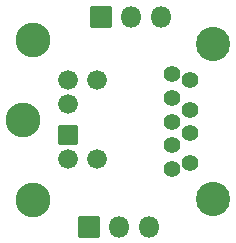
<source format=gts>
%TF.GenerationSoftware,KiCad,Pcbnew,6.0.11-2627ca5db0~126~ubuntu22.04.1*%
%TF.CreationDate,2023-02-26T23:23:44+01:00*%
%TF.ProjectId,pmod,706d6f64-2e6b-4696-9361-645f70636258,0.7*%
%TF.SameCoordinates,Original*%
%TF.FileFunction,Soldermask,Top*%
%TF.FilePolarity,Negative*%
%FSLAX46Y46*%
G04 Gerber Fmt 4.6, Leading zero omitted, Abs format (unit mm)*
G04 Created by KiCad (PCBNEW 6.0.11-2627ca5db0~126~ubuntu22.04.1) date 2023-02-26 23:23:44*
%MOMM*%
%LPD*%
G01*
G04 APERTURE LIST*
G04 Aperture macros list*
%AMRoundRect*
0 Rectangle with rounded corners*
0 $1 Rounding radius*
0 $2 $3 $4 $5 $6 $7 $8 $9 X,Y pos of 4 corners*
0 Add a 4 corners polygon primitive as box body*
4,1,4,$2,$3,$4,$5,$6,$7,$8,$9,$2,$3,0*
0 Add four circle primitives for the rounded corners*
1,1,$1+$1,$2,$3*
1,1,$1+$1,$4,$5*
1,1,$1+$1,$6,$7*
1,1,$1+$1,$8,$9*
0 Add four rect primitives between the rounded corners*
20,1,$1+$1,$2,$3,$4,$5,0*
20,1,$1+$1,$4,$5,$6,$7,0*
20,1,$1+$1,$6,$7,$8,$9,0*
20,1,$1+$1,$8,$9,$2,$3,0*%
G04 Aperture macros list end*
%ADD10RoundRect,0.050800X0.787400X-0.787400X0.787400X0.787400X-0.787400X0.787400X-0.787400X-0.787400X0*%
%ADD11C,1.676400*%
%ADD12C,2.946400*%
%ADD13C,1.400000*%
%ADD14C,2.900000*%
%ADD15RoundRect,0.050000X0.850000X-0.850000X0.850000X0.850000X-0.850000X0.850000X-0.850000X-0.850000X0*%
%ADD16O,1.800000X1.800000*%
G04 APERTURE END LIST*
D10*
%TO.C,J3*%
X145092000Y-76258000D03*
D11*
X145092000Y-73667200D03*
X145092000Y-78315400D03*
X145092000Y-71609800D03*
X147581200Y-78315400D03*
X147581200Y-71609800D03*
D12*
X142094800Y-81719000D03*
X141282000Y-74962600D03*
X142094800Y-68206200D03*
%TD*%
D13*
%TO.C,J2*%
X155383000Y-78615000D03*
X155383000Y-76115000D03*
X155383000Y-74115000D03*
X155383000Y-71615000D03*
X153883000Y-71115000D03*
X153883000Y-73115000D03*
X153883000Y-75115000D03*
X153883000Y-77115000D03*
X153883000Y-79115000D03*
D14*
X157383000Y-81685000D03*
X157383000Y-68545000D03*
%TD*%
D15*
%TO.C,JP1*%
X146870000Y-84005000D03*
D16*
X149410000Y-84005000D03*
X151950000Y-84005000D03*
%TD*%
D15*
%TO.C,J4*%
X147901000Y-66225000D03*
D16*
X150441000Y-66225000D03*
X152981000Y-66225000D03*
%TD*%
M02*

</source>
